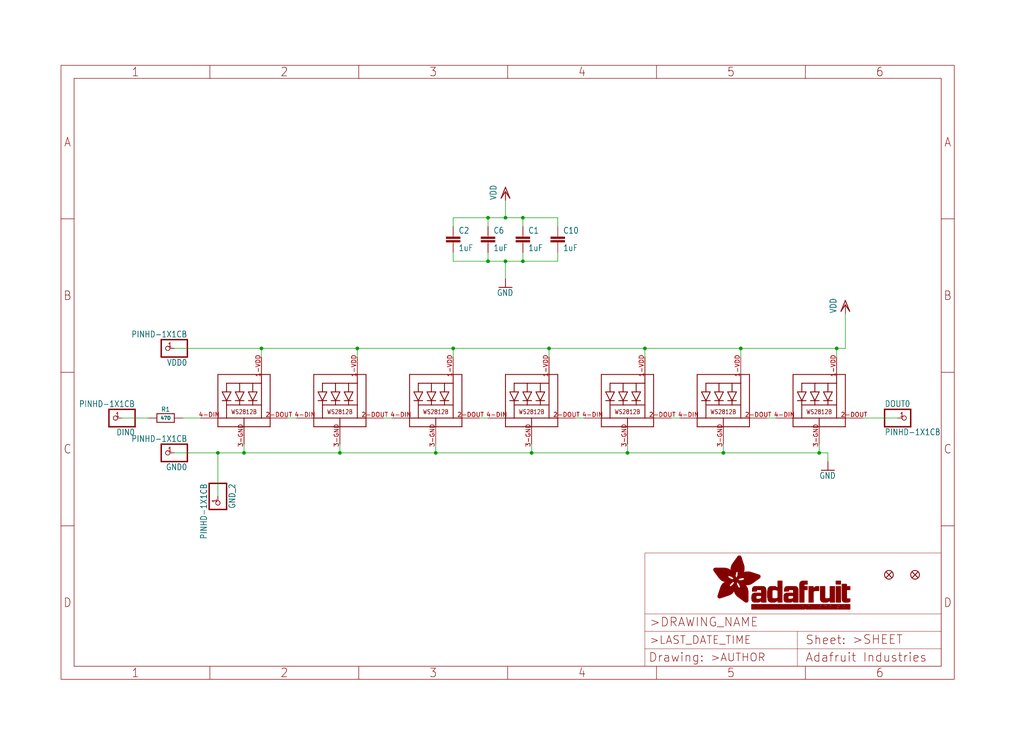
<source format=kicad_sch>
(kicad_sch (version 20211123) (generator eeschema)
  (paper "User" 298.45 217.881)
  (lib_symbols
    (symbol "schematicEagle-eagle-import:C-EUC0603"
      (property "Reference" "C" (at 1.524 0.381 0))
      (property "Value" "C-EUC0603" (at 1.524 -4.699 0))
      (symbol "C-EUC0603_1_0"
        (pin passive line (at 0 2.54 270) (length 2.54) (name "1") (number "1"))
        (pin passive line (at 0 -5.08 90) (length 2.54) (name "2") (number "2"))
      )
    )
    (symbol "schematicEagle-eagle-import:FIDUCIAL{dblquote}{dblquote}")
    (symbol "schematicEagle-eagle-import:FRAME_A4_ADAFRUIT"
      (symbol "FRAME_A4_ADAFRUIT_0_0"
        (text "1" (at 21.6958 1.905 0) (effects (font (size 2.54 2.286))))
        (text "1" (at 21.6958 177.165 0) (effects (font (size 2.54 2.286))))
        (text "2" (at 65.0875 1.905 0) (effects (font (size 2.54 2.286))))
        (text "2" (at 65.0875 177.165 0) (effects (font (size 2.54 2.286))))
        (text "3" (at 108.4792 1.905 0) (effects (font (size 2.54 2.286))))
        (text "3" (at 108.4792 177.165 0) (effects (font (size 2.54 2.286))))
        (text "4" (at 151.8708 1.905 0) (effects (font (size 2.54 2.286))))
        (text "4" (at 151.8708 177.165 0) (effects (font (size 2.54 2.286))))
        (text "5" (at 195.2625 1.905 0) (effects (font (size 2.54 2.286))))
        (text "5" (at 195.2625 177.165 0) (effects (font (size 2.54 2.286))))
        (text "6" (at 238.6542 1.905 0) (effects (font (size 2.54 2.286))))
        (text "6" (at 238.6542 177.165 0) (effects (font (size 2.54 2.286))))
        (text "A" (at 1.905 156.6863 0) (effects (font (size 2.54 2.286))))
        (text "A" (at 258.445 156.6863 0) (effects (font (size 2.54 2.286))))
        (text "B" (at 1.905 111.9188 0) (effects (font (size 2.54 2.286))))
        (text "B" (at 258.445 111.9188 0) (effects (font (size 2.54 2.286))))
        (text "C" (at 1.905 67.1513 0) (effects (font (size 2.54 2.286))))
        (text "C" (at 258.445 67.1513 0) (effects (font (size 2.54 2.286))))
        (text "D" (at 1.905 22.3838 0) (effects (font (size 2.54 2.286))))
        (text "D" (at 258.445 22.3838 0) (effects (font (size 2.54 2.286))))
      )
      (symbol "FRAME_A4_ADAFRUIT_1_0"
        (text ">AUTHOR" (at 189.23 5.08 0) (effects (font (size 2.286 2.286)) (justify left bottom)))
        (text ">DRAWING_NAME" (at 171.45 15.24 0) (effects (font (size 2.54 2.54)) (justify left bottom)))
        (text ">LAST_DATE_TIME" (at 171.45 10.16 0) (effects (font (size 2.286 2.286)) (justify left bottom)))
        (text ">SHEET" (at 230.505 10.16 0) (effects (font (size 2.54 2.54)) (justify left bottom)))
        (text "Adafruit Industries" (at 216.916 4.953 0) (effects (font (size 2.54 2.54)) (justify left bottom)))
        (text "Drawing:" (at 171.196 4.953 0) (effects (font (size 2.54 2.54)) (justify left bottom)))
        (text "Sheet:" (at 216.916 10.033 0) (effects (font (size 2.54 2.54)) (justify left bottom)))
      )
    )
    (symbol "schematicEagle-eagle-import:GND" (power)
      (property "Value" "GND" (at -2.54 -2.54 0))
      (symbol "GND_1_0"
        (pin power_in line (at 0 2.54 270) (length 2.54) (name "GND") (number "1"))
      )
    )
    (symbol "schematicEagle-eagle-import:PINHD-1X1CB"
      (property "Reference" "JP" (at -6.35 3.175 0))
      (property "Value" "PINHD-1X1CB" (at -6.35 -5.08 0))
      (symbol "PINHD-1X1CB_1_0"
        (pin passive inverted (at -2.54 0 0) (length 2.54) (name "1") (number "1"))
      )
    )
    (symbol "schematicEagle-eagle-import:RESISTOR_0603_NOOUT"
      (property "Reference" "R" (at 0 2.54 0))
      (property "Value" "RESISTOR_0603_NOOUT" (at 0 0 0))
      (symbol "RESISTOR_0603_NOOUT_1_0"
        (pin passive line (at -5.08 0 0) (length 2.54) (name "1") (number "1"))
        (pin passive line (at 5.08 0 180) (length 2.54) (name "2") (number "2"))
      )
    )
    (symbol "schematicEagle-eagle-import:VDD" (power)
      (property "Value" "VDD" (at -2.54 -2.54 90))
      (symbol "VDD_1_0"
        (pin power_in line (at 0 -2.54 90) (length 2.54) (name "VDD") (number "1"))
      )
    )
    (symbol "schematicEagle-eagle-import:WS2812B5050"
      (symbol "WS2812B5050_1_0"
        (text "WS2812B" (at 3.81 0 0) (effects (font (size 1.27 1.0795)) (justify right top)))
        (pin power_in line (at 5.08 15.24 270) (length 5.08) (name "VDD") (number "1-VDD"))
        (pin output line (at 12.7 -2.54 180) (length 5.08) (name "DO") (number "2-DOUT"))
        (pin power_in line (at 0 -10.16 90) (length 5.08) (name "GND") (number "3-GND"))
        (pin input line (at -12.7 -2.54 0) (length 5.08) (name "DI") (number "4-DIN"))
      )
    )
  )
  (junction (at 147.32 63.5))
  (junction (at 187.96 101.6))
  (junction (at 63.5 132.08))
  (junction (at 152.4 76.2))
  (junction (at 152.4 63.5))
  (junction (at 99.06 132.08))
  (junction (at 147.32 76.2))
  (junction (at 160.02 101.6))
  (junction (at 210.82 132.08))
  (junction (at 154.94 132.08))
  (junction (at 182.88 132.08))
  (junction (at 142.24 63.5))
  (junction (at 215.9 101.6))
  (junction (at 71.12 132.08))
  (junction (at 142.24 76.2))
  (junction (at 238.76 132.08))
  (junction (at 243.84 101.6))
  (junction (at 132.08 101.6))
  (junction (at 104.14 101.6))
  (junction (at 76.2 101.6))
  (junction (at 127 132.08))
  (wire (pts (xy 182.88 132.08) (xy 154.94 132.08)))
  (wire (pts (xy 241.3 132.08) (xy 238.76 132.08)))
  (wire (pts (xy 210.82 132.08) (xy 182.88 132.08)))
  (wire (pts (xy 147.32 76.2) (xy 142.24 76.2)))
  (wire (pts (xy 152.4 63.5) (xy 147.32 63.5)))
  (wire (pts (xy 226.06 121.92) (xy 223.52 121.92)))
  (wire (pts (xy 152.4 63.5) (xy 162.56 63.5)))
  (wire (pts (xy 243.84 104.14) (xy 243.84 101.6)))
  (wire (pts (xy 215.9 101.6) (xy 187.96 101.6)))
  (wire (pts (xy 114.3 121.92) (xy 111.76 121.92)))
  (wire (pts (xy 246.38 101.6) (xy 243.84 101.6)))
  (wire (pts (xy 132.08 76.2) (xy 132.08 73.66)))
  (wire (pts (xy 160.02 101.6) (xy 132.08 101.6)))
  (wire (pts (xy 127 132.08) (xy 99.06 132.08)))
  (wire (pts (xy 63.5 132.08) (xy 71.12 132.08)))
  (wire (pts (xy 160.02 104.14) (xy 160.02 101.6)))
  (wire (pts (xy 251.46 121.92) (xy 261.62 121.92)))
  (wire (pts (xy 246.38 101.6) (xy 246.38 91.44)))
  (wire (pts (xy 238.76 132.08) (xy 210.82 132.08)))
  (wire (pts (xy 152.4 76.2) (xy 152.4 73.66)))
  (wire (pts (xy 170.18 121.92) (xy 167.64 121.92)))
  (wire (pts (xy 238.76 132.08) (xy 238.76 129.54)))
  (wire (pts (xy 215.9 104.14) (xy 215.9 101.6)))
  (wire (pts (xy 142.24 76.2) (xy 142.24 73.66)))
  (wire (pts (xy 187.96 104.14) (xy 187.96 101.6)))
  (wire (pts (xy 50.8 101.6) (xy 76.2 101.6)))
  (wire (pts (xy 147.32 63.5) (xy 142.24 63.5)))
  (wire (pts (xy 162.56 76.2) (xy 152.4 76.2)))
  (wire (pts (xy 50.8 132.08) (xy 63.5 132.08)))
  (wire (pts (xy 162.56 66.04) (xy 162.56 63.5)))
  (wire (pts (xy 210.82 132.08) (xy 210.82 129.54)))
  (wire (pts (xy 154.94 132.08) (xy 127 132.08)))
  (wire (pts (xy 76.2 104.14) (xy 76.2 101.6)))
  (wire (pts (xy 132.08 104.14) (xy 132.08 101.6)))
  (wire (pts (xy 132.08 66.04) (xy 132.08 63.5)))
  (wire (pts (xy 53.34 121.92) (xy 58.42 121.92)))
  (wire (pts (xy 154.94 132.08) (xy 154.94 129.54)))
  (wire (pts (xy 198.12 121.92) (xy 195.58 121.92)))
  (wire (pts (xy 35.56 121.92) (xy 43.18 121.92)))
  (wire (pts (xy 132.08 101.6) (xy 104.14 101.6)))
  (wire (pts (xy 86.36 121.92) (xy 83.82 121.92)))
  (wire (pts (xy 147.32 76.2) (xy 147.32 81.28)))
  (wire (pts (xy 152.4 66.04) (xy 152.4 63.5)))
  (wire (pts (xy 243.84 101.6) (xy 215.9 101.6)))
  (wire (pts (xy 187.96 101.6) (xy 160.02 101.6)))
  (wire (pts (xy 142.24 76.2) (xy 132.08 76.2)))
  (wire (pts (xy 99.06 132.08) (xy 71.12 132.08)))
  (wire (pts (xy 182.88 132.08) (xy 182.88 129.54)))
  (wire (pts (xy 147.32 76.2) (xy 152.4 76.2)))
  (wire (pts (xy 162.56 76.2) (xy 162.56 73.66)))
  (wire (pts (xy 241.3 132.08) (xy 241.3 134.62)))
  (wire (pts (xy 142.24 121.92) (xy 139.7 121.92)))
  (wire (pts (xy 63.5 144.78) (xy 63.5 132.08)))
  (wire (pts (xy 99.06 132.08) (xy 99.06 129.54)))
  (wire (pts (xy 147.32 63.5) (xy 147.32 58.42)))
  (wire (pts (xy 142.24 66.04) (xy 142.24 63.5)))
  (wire (pts (xy 71.12 132.08) (xy 71.12 129.54)))
  (wire (pts (xy 104.14 101.6) (xy 76.2 101.6)))
  (wire (pts (xy 104.14 104.14) (xy 104.14 101.6)))
  (wire (pts (xy 142.24 63.5) (xy 132.08 63.5)))
  (wire (pts (xy 127 132.08) (xy 127 129.54)))
  (symbol (lib_id "schematicEagle-eagle-import:WS2812B5050") (at 154.94 119.38 0) (unit 1)
    (property "Reference" "LED4" (effects hide))
    (property "Value" "WS2812B5050" (effects hide))
    (property "Footprint" "schematicEagle:WS2812B" (effects hide))
  )
  (symbol (lib_id "schematicEagle-eagle-import:VDD") (at 246.38 88.9 0) (unit 1)
    (property "Reference" "#VDD1" (effects hide))
    (property "Value" "VDD" (at 243.84 91.44 90) (effects (font (size 1.778 1.5113)) (justify left bottom)))
    (property "Footprint" "schematicEagle:" (effects hide))
  )
  (symbol (lib_id "schematicEagle-eagle-import:C-EUC0603") (at 162.56 68.58 0) (unit 1)
    (property "Reference" "C10" (at 164.084 68.199 0) (effects (font (size 1.778 1.5113)) (justify left bottom)))
    (property "Value" "1uF" (at 164.084 73.279 0) (effects (font (size 1.778 1.5113)) (justify left bottom)))
    (property "Footprint" "schematicEagle:C0603" (effects hide))
  )
  (symbol (lib_id "schematicEagle-eagle-import:WS2812B5050") (at 71.12 119.38 0) (unit 1)
    (property "Reference" "LED1" (effects hide))
    (property "Value" "WS2812B5050" (effects hide))
    (property "Footprint" "schematicEagle:WS2812B" (effects hide))
  )
  (symbol (lib_id "schematicEagle-eagle-import:C-EUC0603") (at 142.24 68.58 0) (unit 1)
    (property "Reference" "C6" (at 143.764 68.199 0) (effects (font (size 1.778 1.5113)) (justify left bottom)))
    (property "Value" "1uF" (at 143.764 73.279 0) (effects (font (size 1.778 1.5113)) (justify left bottom)))
    (property "Footprint" "schematicEagle:C0603" (effects hide))
  )
  (symbol (lib_id "schematicEagle-eagle-import:FRAME_A4_ADAFRUIT") (at 17.78 198.12 0) (unit 1)
    (property "Reference" "#U$1" (effects hide))
    (property "Value" "FRAME_A4_ADAFRUIT" (effects hide))
    (property "Footprint" "schematicEagle:" (effects hide))
  )
  (symbol (lib_id "schematicEagle-eagle-import:PINHD-1X1CB") (at 48.26 101.6 180) (unit 1)
    (property "Reference" "VDD0" (at 54.61 104.775 0) (effects (font (size 1.778 1.5113)) (justify left bottom)))
    (property "Value" "PINHD-1X1CB" (at 54.61 96.52 0) (effects (font (size 1.778 1.5113)) (justify left bottom)))
    (property "Footprint" "schematicEagle:1X01-CLEANBIG" (effects hide))
  )
  (symbol (lib_id "schematicEagle-eagle-import:WS2812B5050") (at 127 119.38 0) (unit 1)
    (property "Reference" "LED3" (effects hide))
    (property "Value" "WS2812B5050" (effects hide))
    (property "Footprint" "schematicEagle:WS2812B" (effects hide))
  )
  (symbol (lib_id "schematicEagle-eagle-import:PINHD-1X1CB") (at 33.02 121.92 180) (unit 1)
    (property "Reference" "DIN0" (at 39.37 125.095 0) (effects (font (size 1.778 1.5113)) (justify left bottom)))
    (property "Value" "PINHD-1X1CB" (at 39.37 116.84 0) (effects (font (size 1.778 1.5113)) (justify left bottom)))
    (property "Footprint" "schematicEagle:1X01-CLEANBIG" (effects hide))
  )
  (symbol (lib_id "schematicEagle-eagle-import:WS2812B5050") (at 238.76 119.38 0) (unit 1)
    (property "Reference" "LED7" (effects hide))
    (property "Value" "WS2812B5050" (effects hide))
    (property "Footprint" "schematicEagle:WS2812B" (effects hide))
  )
  (symbol (lib_id "schematicEagle-eagle-import:PINHD-1X1CB") (at 48.26 132.08 180) (unit 1)
    (property "Reference" "GND0" (at 54.61 135.255 0) (effects (font (size 1.778 1.5113)) (justify left bottom)))
    (property "Value" "PINHD-1X1CB" (at 54.61 127 0) (effects (font (size 1.778 1.5113)) (justify left bottom)))
    (property "Footprint" "schematicEagle:1X01-CLEANBIG" (effects hide))
  )
  (symbol (lib_id "schematicEagle-eagle-import:FIDUCIAL{dblquote}{dblquote}") (at 259.08 167.64 0) (unit 1)
    (property "Reference" "FID2" (effects hide))
    (property "Value" "FIDUCIAL{dblquote}{dblquote}" (effects hide))
    (property "Footprint" "schematicEagle:FIDUCIAL_1MM" (effects hide))
  )
  (symbol (lib_id "schematicEagle-eagle-import:C-EUC0603") (at 132.08 68.58 0) (unit 1)
    (property "Reference" "C2" (at 133.604 68.199 0) (effects (font (size 1.778 1.5113)) (justify left bottom)))
    (property "Value" "1uF" (at 133.604 73.279 0) (effects (font (size 1.778 1.5113)) (justify left bottom)))
    (property "Footprint" "schematicEagle:C0603" (effects hide))
  )
  (symbol (lib_id "schematicEagle-eagle-import:WS2812B5050") (at 99.06 119.38 0) (unit 1)
    (property "Reference" "LED2" (effects hide))
    (property "Value" "WS2812B5050" (effects hide))
    (property "Footprint" "schematicEagle:WS2812B" (effects hide))
  )
  (symbol (lib_id "schematicEagle-eagle-import:WS2812B5050") (at 210.82 119.38 0) (unit 1)
    (property "Reference" "LED6" (effects hide))
    (property "Value" "WS2812B5050" (effects hide))
    (property "Footprint" "schematicEagle:WS2812B" (effects hide))
  )
  (symbol (lib_id "schematicEagle-eagle-import:GND") (at 241.3 137.16 0) (unit 1)
    (property "Reference" "#GND1" (effects hide))
    (property "Value" "GND" (at 238.76 139.7 0) (effects (font (size 1.778 1.5113)) (justify left bottom)))
    (property "Footprint" "schematicEagle:" (effects hide))
  )
  (symbol (lib_id "schematicEagle-eagle-import:PINHD-1X1CB") (at 63.5 147.32 270) (unit 1)
    (property "Reference" "GND_2" (at 66.675 140.97 0) (effects (font (size 1.778 1.5113)) (justify left bottom)))
    (property "Value" "PINHD-1X1CB" (at 58.42 140.97 0) (effects (font (size 1.778 1.5113)) (justify left bottom)))
    (property "Footprint" "schematicEagle:1X01-CLEANBIG" (effects hide))
  )
  (symbol (lib_id "schematicEagle-eagle-import:FIDUCIAL{dblquote}{dblquote}") (at 266.7 167.64 0) (unit 1)
    (property "Reference" "FID1" (effects hide))
    (property "Value" "FIDUCIAL{dblquote}{dblquote}" (effects hide))
    (property "Footprint" "schematicEagle:FIDUCIAL_1MM" (effects hide))
  )
  (symbol (lib_id "schematicEagle-eagle-import:RESISTOR_0603_NOOUT") (at 48.26 121.92 0) (unit 1)
    (property "Reference" "R1" (at 48.26 119.38 0))
    (property "Value" "470" (at 48.26 121.92 0) (effects (font (size 1.016 1.016) bold)))
    (property "Footprint" "schematicEagle:0603-NO" (effects hide))
  )
  (symbol (lib_id "schematicEagle-eagle-import:GND") (at 147.32 83.82 0) (unit 1)
    (property "Reference" "#GND2" (effects hide))
    (property "Value" "GND" (at 144.78 86.36 0) (effects (font (size 1.778 1.5113)) (justify left bottom)))
    (property "Footprint" "schematicEagle:" (effects hide))
  )
  (symbol (lib_id "schematicEagle-eagle-import:WS2812B5050") (at 182.88 119.38 0) (unit 1)
    (property "Reference" "LED5" (effects hide))
    (property "Value" "WS2812B5050" (effects hide))
    (property "Footprint" "schematicEagle:WS2812B" (effects hide))
  )
  (symbol (lib_id "schematicEagle-eagle-import:VDD") (at 147.32 55.88 0) (unit 1)
    (property "Reference" "#VDD2" (effects hide))
    (property "Value" "VDD" (at 144.78 58.42 90) (effects (font (size 1.778 1.5113)) (justify left bottom)))
    (property "Footprint" "schematicEagle:" (effects hide))
  )
  (symbol (lib_id "schematicEagle-eagle-import:PINHD-1X1CB") (at 264.16 121.92 0) (unit 1)
    (property "Reference" "DOUT0" (at 257.81 118.745 0) (effects (font (size 1.778 1.5113)) (justify left bottom)))
    (property "Value" "PINHD-1X1CB" (at 257.81 127 0) (effects (font (size 1.778 1.5113)) (justify left bottom)))
    (property "Footprint" "schematicEagle:1X01-CLEANBIG" (effects hide))
  )
  (symbol (lib_id "schematicEagle-eagle-import:C-EUC0603") (at 152.4 68.58 0) (unit 1)
    (property "Reference" "C1" (at 153.924 68.199 0) (effects (font (size 1.778 1.5113)) (justify left bottom)))
    (property "Value" "1uF" (at 153.924 73.279 0) (effects (font (size 1.778 1.5113)) (justify left bottom)))
    (property "Footprint" "schematicEagle:C0603" (effects hide))
  )
)
</source>
